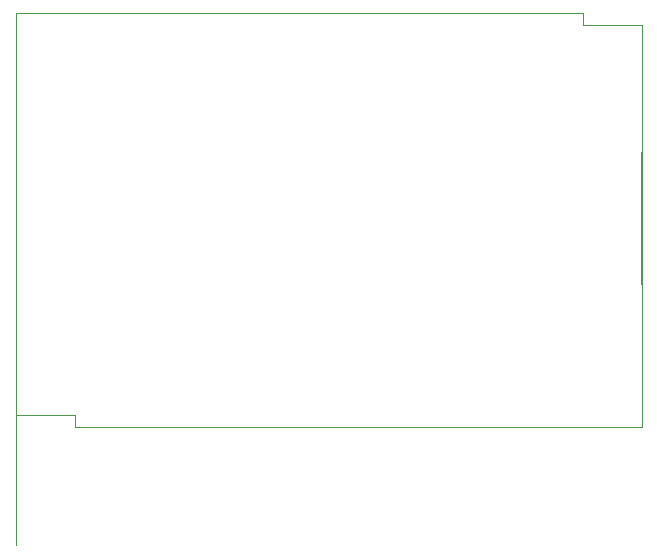
<source format=gko>
G75*
G70*
%OFA0B0*%
%FSLAX24Y24*%
%IPPOS*%
%LPD*%
%AMOC8*
5,1,8,0,0,1.08239X$1,22.5*
%
%ADD10C,0.0000*%
D10*
X006831Y000100D02*
X006831Y004431D01*
X006831Y017817D01*
X025729Y017817D01*
X025729Y017423D01*
X027697Y017423D01*
X027697Y004037D01*
X008799Y004037D01*
X008799Y004431D01*
X006831Y004431D01*
X027667Y008781D02*
X027667Y013181D01*
M02*

</source>
